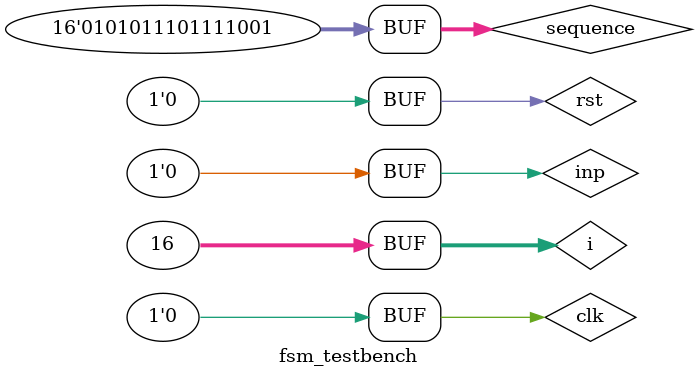
<source format=v>
module mealy_1001( clk, rst, inp, out);
    input clk, rst, inp;
    output out;
    reg[1:0] state;
    reg out;
    always @( posedge clk, posedge rst ) begin
    if( rst ) begin
        state <= 2'b00;
        out <= 0;
    end
    else
        begin
        case( state )
        2'b00: begin
            if( inp ) begin
                state <= 2'b01;
                out  <= 0;
            end
            else begin
                state <= 2'b00;
                out <= 0;
            end
        end

        2'b01: begin
            if( inp ) begin
                state <= 2'b01;
                out  <= 0;
            end
            else  begin
                state <= 2'b10;
                out <= 0;
            end

        end

        2'b10: begin
            if( inp ) begin
                state <= 2'b01;
                out  <= 0;
            end
            else begin
                state <= 2'b11;
                out <= 0;
            end

        end
       
        2'b11: begin
            if( inp ) begin
                state <= 2'b00;
                out  <= 1;
            end
            else begin
               state <= 2'b00;
               out <= 0;
            end

        end
       
        default: begin
            state <= 2'b00;
            out <= 0;
        end
        endcase
    end
end

endmodule


module fsm_testbench;

    reg  clk, rst, inp;
    wire out;
    wire [1:0]state;
    reg[15:0] sequence;
    integer i;

    mealy_1001 dut( clk, rst, inp, out);

    initial
    begin

    $dumpfile("vcd/Mealy1001Sequence.vcd");
    $dumpvars(0,fsm_testbench);
    $monitor("State = ", state, " Input = ", inp, ", Output = ", out);

    clk = 0;
    rst = 1;
    sequence = 16'b0101_0111_0111_1001;
    #5 rst = 0;

    for( i = 0; i <= 15; i = i + 1)
    begin
        inp = sequence[i];
        #2 clk = 1;
        #2 clk = 0;
    end
    
end

endmodule

</source>
